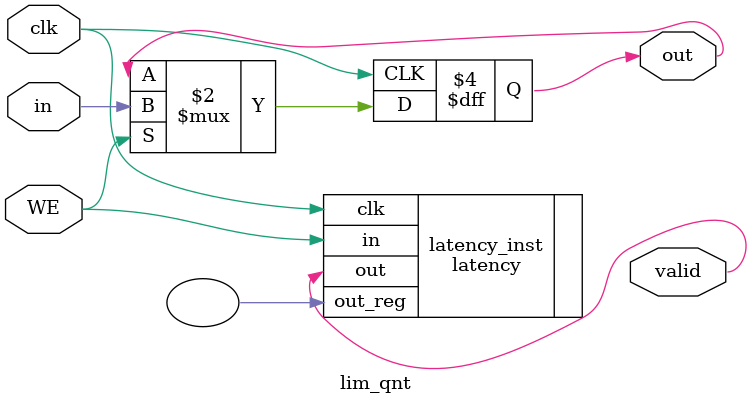
<source format=sv>
module lim_qnt#(
    parameter in_width    = 1,
    parameter out_width   = 1,
    parameter SYMMETRICAL = 0  // ìàêñ/ìèí ñèììåòðè÷íû, íàïðèìåð -127/+127 (âìåñòî -128/+127)
)
(
    input                        clk,
    input                        WE,
    output                       valid,
    input        [in_width-1:0]  in,
    output logic [out_width-1:0] out
);

localparam cut_dig = in_width - out_width;//ñêîëüêî ðàçðÿäîâ îòáðîñèì
localparam lat_valid = 1;//çàäåðæêà ñèãíàëà íà âûõîäå

latency#(
    .length  (lat_valid)
) latency_inst(
    .clk     (clk),
    .in      (WE),
    .out     (valid),
    .out_reg ()//âåñü ñäâèãîâûé ðåãèñòð äëÿ ïðîìåæóòî÷íûõ çàäåðæåê
);

generate
if(cut_dig == 0)//íå îãðàíè÷èâàåì âõîäíîå ÷èñëî
begin
    always@(posedge clk) begin
    if(WE)
        out <= in;
    end
end
else//êîìïðåññèÿ ÷èñëà
begin
    always@(posedge clk) begin
    if(WE)
        if(in[in_width-1] == 0)//÷èñëî ïîëîæèòåëüíîå
            if(in[in_width-2:in_width-1-cut_dig] == 0)//÷èñëî íå ïðåâûøàåò ïðåäåë
                out[out_width-1:0] <= {1'b0,in[out_width-2:0]};//îòáðîñèëè ñòðàøèå ðàçðÿäû
            else//÷èñëî ïðåâûøàåò ïðåäåë, îãðàíè÷èâàåì åãî
                out[out_width-1:0] <= {1'b0,{out_width-1{1'b1}}};
        else//÷èñëî îòðèöàòåëüíîå
            if(in[in_width-2:in_width-1-cut_dig] == {cut_dig{1'b1}})//÷èñëî íå ïðåâûøàåò ïðåäåë
                if((in[out_width-2:0] == '0) & SYMMETRICAL) // ÷èñëî ðàâíî ìàêñèìàëüíî îòðèöàòåëüíîìó âûõîäíîìó
                    out[out_width-1:0] <= {1'b1,{out_width-2{1'b0}},1'b1};
                else
                    out[out_width-1:0] <= {1'b1,in[out_width-2:0]};//îòáðîñèëè ñòðàøèå ðàçðÿäû
            else//÷èñëî ïðåâûøàåò ïðåäåë, îãðàíè÷èâàåì åãî
                if(SYMMETRICAL)
                    out[out_width-1:0] <= {1'b1,{out_width-2{1'b0}},1'b1};
                else
                    out[out_width-1:0] <= {1'b1,{out_width-1{1'b0}}};
    end
end
endgenerate

endmodule
</source>
